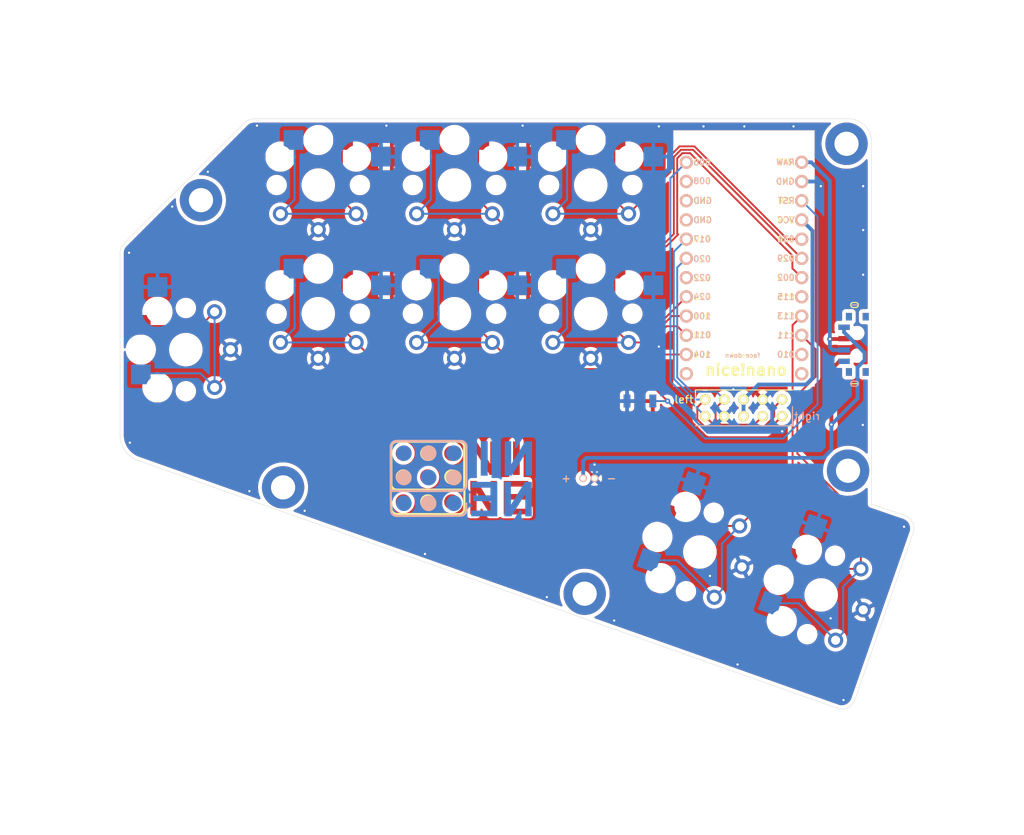
<source format=kicad_pcb>
(kicad_pcb (version 20211014) (generator pcbnew)
  (title_block (title "Nine Nice Nano") (date "2022-11-12") (rev "v1.0.0"))
  (layers (0 "F.Cu" signal) (31 "B.Cu" signal) (34 "B.Paste" user) (35 "F.Paste" user) (36 "B.SilkS" user "B.Silkscreen") (37 "F.SilkS" user "F.Silkscreen") (38 "B.Mask" user) (39 "F.Mask" user) (44 "Edge.Cuts" user))
  (net 0 "")
  (net 1 "BAT+")
  (net 2 "GND")
  (net 3 "MOSI")
  (net 4 "SCK")
  (net 5 "VCC")
  (net 6 "CS")
  (net 7 "RST")
  (net 8 "D14")
  (net 9 "D5")
  (net 10 "D6")
  (net 11 "D15")
  (net 12 "BATIN")
  (net 13 "D21")
  (net 14 "D20")
  (net 15 "D19")
  (net 20 "D8")
  (net 21 "D7")
  (footprint "MountingHole:MountingHole_3.2mm_M3_DIN965_Pad" (layer "F.Cu") (at 103.5 78.25)
    (fp_text reference "REF**" hide)
    (fp_text value "MountingHole_3.2mm_M3_DIN965_Pad" hide)
  )
  (footprint "MountingHole:MountingHole_3.2mm_M3_DIN965_Pad" (layer "F.Cu") (at 154.2 130.25)
    (fp_text reference "REF**" hide)
    (fp_text value "MountingHole_3.2mm_M3_DIN965_Pad" hide)
  )
  (footprint "footprints:OLED_5Pin" (layer "F.Cu") (at 170.11 106.795)
    (fp_text reference "J3" hide)
    (fp_text value "nice!view" hide)
  )
  (footprint "footprints:pg1350-rev-hs-1.25U" (layer "F.Cu") (at 101.5 98)
    (fp_text reference "SW1" hide)
    (fp_text value "SW_Push" hide)
  )
  (footprint "footprints:pwr-sw-smd-pcm12" (layer "F.Cu") (at 189.9 97.3 90)
    (fp_text reference "SWF1" hide)
    (fp_text value "Power on/off switch" hide)
  )
  (footprint "footprints:JST-ZH-2p-1.5" (layer "F.Cu") (at 154.75 115)
    (fp_text reference "J1" hide)
    (fp_text value "JST connector" hide)
  )
  (footprint "footprints:pg1350-rev-hs-1.25U" (layer "F.Cu") (at 185.442904 130.414116 -19.5)
    (fp_text reference "SW9" hide)
    (fp_text value "SW_Push" hide)
  )
  (footprint "MountingHole:MountingHole_3.2mm_M3_DIN965_Pad" (layer "F.Cu") (at 189 114)
    (fp_text reference "REF**" hide)
    (fp_text value "MountingHole_3.2mm_M3_DIN965_Pad" hide)
  )
  (footprint "footprints:pg1350-rev-hs-1U" (layer "F.Cu") (at 119 93.25)
    (fp_text reference "SW5" hide)
    (fp_text value "SW_Push" hide)
  )
  (footprint "footprints:pg1350-rev-hs-1U" (layer "F.Cu") (at 137 76.25)
    (fp_text reference "SW3" hide)
    (fp_text value "SW_Push" hide)
  )
  (footprint "footprints:b3u1000p" (layer "F.Cu") (at 161.5 104.8 180)
    (fp_text reference "RESET1" hide)
    (fp_text value "SW_Push" hide)
  )
  (footprint "MountingHole:MountingHole_3.2mm_M3_DIN965_Pad" (layer "F.Cu") (at 114.35 116.2)
    (fp_text reference "REF**" hide)
    (fp_text value "MountingHole_3.2mm_M3_DIN965_Pad" hide)
  )
  (footprint "MountingHole:MountingHole_3.2mm_M3_DIN965_Pad" (layer "F.Cu") (at 188.8 70.8)
    (fp_text reference "REF**" hide)
    (fp_text value "MountingHole_3.2mm_M3_DIN965_Pad" hide)
  )
  (footprint "footprints:nine-silk-right" (layer "F.Cu") (at 137.9 115)
    (fp_text reference "G***" hide)
    (fp_text value "LOGO" hide)
  )
  (footprint "footprints:pg1350-rev-hs-1U" (layer "F.Cu") (at 155 76.25)
    (fp_text reference "SW4" hide)
    (fp_text value "SW_Push" hide)
  )
  (footprint "footprints:nine-silk" (layer "F.Cu") (at 137.85 114.95)
    (fp_text reference "G***" hide)
    (fp_text value "LOGO" hide)
  )
  (footprint "footprints:pg1350-rev-hs-1U" (layer "F.Cu") (at 155 93.25)
    (fp_text reference "SW7" hide)
    (fp_text value "SW_Push" hide)
  )
  (footprint "footprints:OLED_5Pin" (layer "F.Cu") (at 170.11 104.595)
    (fp_text reference "J2" hide)
    (fp_text value "nice!view" hide)
  )
  (footprint "footprints:nice-nano-no-rev" (layer "F.Cu") (at 175.25 85.95)
    (fp_text reference "U1" hide)
    (fp_text value "nice_nano" hide)
  )
  (footprint "footprints:pg1350-rev-hs-1U" (layer "F.Cu") (at 137 93.25)
    (fp_text reference "SW6" hide)
    (fp_text value "SW_Push" hide)
  )
  (footprint "footprints:pg1350-rev-hs-1.25U" (layer "F.Cu") (at 169.418 124.7394 -19.5)
    (fp_text reference "SW8" hide)
    (fp_text value "SW_Push" hide)
  )
  (footprint "footprints:pg1350-rev-hs-1U" (layer "F.Cu") (at 119 76.25)
    (fp_text reference "SW2" hide)
    (fp_text value "SW_Push" hide)
  )
  (gr_line locked (start 93.25 84.05) (end 109.15 68.15) (layer "Edge.Cuts") (width 0.05))
  (gr_line locked (start 92.8 109.075) (end 92.8 85.3) (layer "Edge.Cuts") (width 0.05))
  (gr_line locked (start 110.6 67.5) (end 188.9 67.5) (layer "Edge.Cuts") (width 0.05))
  (gr_arc locked (start 189.875 144.35) (mid 188.843328 145.359986) (end 187.4 145.325) (layer "Edge.Cuts") (width 0.05))
  (gr_line locked (start 187.4 145.325) (end 95.35 112.7) (layer "Edge.Cuts") (width 0.05))
  (gr_arc locked (start 92.8 85.3) (mid 92.898998 84.629639) (end 93.25 84.05) (layer "Edge.Cuts") (width 0.05))
  (gr_arc locked (start 95.35 112.7) (mid 93.446132 111.329876) (end 92.8 109.075) (layer "Edge.Cuts") (width 0.05))
  (gr_line locked (start 192.1 70.7) (end 192.1 118.4) (layer "Edge.Cuts") (width 0.05))
  (gr_line locked (start 192.1 118.4) (end 196.475 119.9) (layer "Edge.Cuts") (width 0.05))
  (gr_line locked (start 197.540014 122.393328) (end 189.875 144.35) (layer "Edge.Cuts") (width 0.05))
  (gr_arc locked (start 188.9 67.5) (mid 191.21346 68.38654) (end 192.1 70.7) (layer "Edge.Cuts") (width 0.05))
  (gr_arc locked (start 196.475 119.9) (mid 197.55486 120.912864) (end 197.540014 122.393328) (layer "Edge.Cuts") (width 0.05))
  (gr_arc locked (start 109.15 68.15) (mid 109.803397 67.66527) (end 110.6 67.5) (layer "Edge.Cuts") (width 0.05))
  (segment locked (start 186.8 100.6) (end 187.85 99.55) (width 0.5) (layer "F.Cu") (net 1))
  (segment locked (start 186.8 107.9) (end 186.8 100.6) (width 0.5) (layer "F.Cu") (net 1))
  (segment locked (start 187.85 99.55) (end 188.47 99.55) (width 0.5) (layer "F.Cu") (net 1))
  (via locked (at 186.8 107.9) (size 0.7) (drill 0.3) (layers "F.Cu" "B.Cu") (net 1))
  (segment locked (start 185.75 112.3) (end 186.8 111.25) (width 0.5) (layer "B.Cu") (net 1))
  (segment locked (start 188.47 95.05) (end 188.47 95.696495) (width 0.5) (layer "B.Cu") (net 1))
  (segment locked (start 190.25 100.33) (end 190.25 104.45) (width 0.5) (layer "B.Cu") (net 1))
  (segment locked (start 154.4 112.3) (end 185.75 112.3) (width 0.5) (layer "B.Cu") (net 1))
  (segment locked (start 191.180001 98.406496) (end 191.180001 99.399999) (width 0.5) (layer "B.Cu") (net 1))
  (segment locked (start 188.47 95.696495) (end 191.180001 98.406496) (width 0.5) (layer "B.Cu") (net 1))
  (segment locked (start 154 112.7) (end 154.4 112.3) (width 0.5) (layer "B.Cu") (net 1))
  (segment locked (start 190.25 104.45) (end 186.8 107.9) (width 0.5) (layer "B.Cu") (net 1))
  (segment locked (start 191.180001 99.399999) (end 190.25 100.33) (width 0.5) (layer "B.Cu") (net 1))
  (segment locked (start 154 115) (end 154 112.7) (width 0.5) (layer "B.Cu") (net 1))
  (segment locked (start 186.8 111.25) (end 186.8 107.9) (width 0.5) (layer "B.Cu") (net 1))
  (via locked (at 146 68.4) (size 0.7) (drill 0.3) (layers "F.Cu" "B.Cu") (net 2))
  (via locked (at 155.5 113.2) (size 0.7) (drill 0.3) (layers "F.Cu" "B.Cu") (net 2))
  (via locked (at 191 82.2) (size 0.7) (drill 0.3) (layers "F.Cu" "B.Cu") (net 2))
  (via locked (at 133.1 125) (size 0.7) (drill 0.3) (layers "F.Cu" "B.Cu") (net 2))
  (via locked (at 181.8 68.5) (size 0.7) (drill 0.3) (layers "F.Cu" "B.Cu") (net 2))
  (via locked (at 180.3 108.8) (size 0.7) (drill 0.3) (layers "F.Cu" "B.Cu") (net 2))
  (via locked (at 191 76.4) (size 0.7) (drill 0.3) (layers "F.Cu" "B.Cu") (net 2))
  (via locked (at 169.9 68.5) (size 0.7) (drill 0.3) (layers "F.Cu" "B.Cu") (net 2))
  (via locked (at 149.2 130.7) (size 0.7) (drill 0.3) (layers "F.Cu" "B.Cu") (net 2))
  (via locked (at 104.4 74.5) (size 0.7) (drill 0.3) (layers "F.Cu" "B.Cu") (net 2))
  (via locked (at 109.9 116.7) (size 0.7) (drill 0.3) (layers "F.Cu" "B.Cu") (net 2))
  (via locked (at 185.4 76.4) (size 0.7) (drill 0.3) (layers "F.Cu" "B.Cu") (net 2))
  (via locked (at 94.1 110.3) (size 0.7) (drill 0.3) (layers "F.Cu" "B.Cu") (net 2))
  (via locked (at 158.1 133.8) (size 0.7) (drill 0.3) (layers "F.Cu" "B.Cu") (net 2))
  (via locked (at 196.4 121.4) (size 0.7) (drill 0.3) (layers "F.Cu" "B.Cu") (net 2))
  (via locked (at 174.4 139.6) (size 0.7) (drill 0.3) (layers "F.Cu" "B.Cu") (net 2))
  (via locked (at 188.4 144.3) (size 0.7) (drill 0.3) (layers "F.Cu" "B.Cu") (net 2))
  (via locked (at 190.95 107.95) (size 0.7) (drill 0.3) (layers "F.Cu" "B.Cu") (net 2))
  (via locked (at 170.75 127.9) (size 0.7) (drill 0.3) (layers "F.Cu" "B.Cu") (net 2))
  (via locked (at 173.85 103.25) (size 0.7) (drill 0.3) (layers "F.Cu" "B.Cu") (net 2))
  (via locked (at 186.7 133.5) (size 0.7) (drill 0.3) (layers "F.Cu" "B.Cu") (net 2))
  (via locked (at 191 88.1) (size 0.7) (drill 0.3) (layers "F.Cu" "B.Cu") (net 2))
  (via locked (at 128 68.4) (size 0.7) (drill 0.3) (layers "F.Cu" "B.Cu") (net 2))
  (via locked (at 175.3 68.5) (size 0.7) (drill 0.3) (layers "F.Cu" "B.Cu") (net 2))
  (via locked (at 164 68.5) (size 0.7) (drill 0.3) (layers "F.Cu" "B.Cu") (net 2))
  (via locked (at 117.2 119.3) (size 0.7) (drill 0.3) (layers "F.Cu" "B.Cu") (net 2))
  (via locked (at 99.7 79.1) (size 0.7) (drill 0.3) (layers "F.Cu" "B.Cu") (net 2))
  (via locked (at 164 97.6) (size 0.7) (drill 0.3) (layers "F.Cu" "B.Cu") (net 2))
  (via locked (at 94 85.2) (size 0.7) (drill 0.3) (layers "F.Cu" "B.Cu") (net 2))
  (via locked (at 110.9 68.4) (size 0.7) (drill 0.3) (layers "F.Cu" "B.Cu") (net 2))
  (segment locked (start 178.9785 107.4785) (end 180.3 108.8) (width 0.5) (layer "B.Cu") (net 2))
  (segment locked (start 178.9785 105.8435) (end 178.9785 107.4785) (width 0.5) (layer "B.Cu") (net 2))
  (segment locked (start 177.73 104.595) (end 178.9785 105.8435) (width 0.5) (layer "B.Cu") (net 2))
  (segment locked (start 155.5 115) (end 155.5 113.2) (width 0.5) (layer "B.Cu") (net 2))
  (segment locked (start 174.655 108.8) (end 180.3 108.8) (width 0.5) (layer "B.Cu") (net 2))
  (segment locked (start 182.87 75.784) (end 184.784 75.784) (width 0.5) (layer "B.Cu") (net 2))
  (segment locked (start 184.784 75.784) (end 185.4 76.4) (width 0.5) (layer "B.Cu") (net 2))
  (segment locked (start 172.65 106.795) (end 174.655 108.8) (width 0.5) (layer "B.Cu") (net 2))
  (segment locked (start 180.27 106.795) (end 178.2465 108.8185) (width 0.25) (layer "F.Cu") (net 3))
  (segment locked (start 169.0865 107.218948) (end 169.0865 105.6185) (width 0.25) (layer "F.Cu") (net 3))
  (segment locked (start 169.0865 105.6185) (end 170.11 104.595) (width 0.25) (layer "F.Cu") (net 3))
  (segment locked (start 170.686052 108.8185) (end 169.0865 107.218948) (width 0.25) (layer "F.Cu") (net 3))
  (segment locked (start 178.2465 108.8185) (end 170.686052 108.8185) (width 0.25) (layer "F.Cu") (net 3))
  (segment locked (start 165.9787 101.867991) (end 165.9787 85.0553) (width 0.25) (layer "B.Cu") (net 3))
  (segment locked (start 168.705709 104.595) (end 165.9787 101.867991) (width 0.25) (layer "B.Cu") (net 3))
  (segment locked (start 165.9787 85.0553) (end 167.63 83.404) (width 0.25) (layer "B.Cu") (net 3))
  (segment locked (start 170.11 104.595) (end 168.705709 104.595) (width 0.25) (layer "B.Cu") (net 3))
  (segment locked (start 171.5 105.745) (end 172.65 104.595) (width 0.25) (layer "F.Cu") (net 4))
  (segment locked (start 177.73 106.795) (end 176.6065 107.9185) (width 0.25) (layer "F.Cu") (net 4))
  (segment locked (start 172.184631 107.9185) (end 171.5 107.233869) (width 0.25) (layer "F.Cu") (net 4))
  (segment locked (start 176.6065 107.9185) (end 172.184631 107.9185) (width 0.25) (layer "F.Cu") (net 4))
  (segment locked (start 171.5 107.233869) (end 171.5 105.745) (width 0.25) (layer "F.Cu") (net 4))
  (segment locked (start 166.4287 101.681595) (end 166.4287 87.1453) (width 0.25) (layer "B.Cu") (net 4))
  (segment locked (start 172.65 104.595) (end 171.6265 103.5715) (width 0.25) (layer "B.Cu") (net 4))
  (segment locked (start 171.6265 103.5715) (end 168.318605 103.5715) (width 0.25) (layer "B.Cu") (net 4))
  (segment locked (start 166.4287 87.1453) (end 167.63 85.944) (width 0.25) (layer "B.Cu") (net 4))
  (segment locked (start 168.318605 103.5715) (end 166.4287 101.681595) (width 0.25) (layer "B.Cu") (net 4))
  (segment locked (start 175.19 104.595) (end 177.1747 102.6103) (width 0.5) (layer "B.Cu") (net 5))
  (segment locked (start 184.3 101.771093) (end 184.3 82.294) (width 0.5) (layer "B.Cu") (net 5))
  (segment locked (start 184.3 82.294) (end 182.87 80.864) (width 0.5) (layer "B.Cu") (net 5))
  (segment locked (start 177.1747 102.6103) (end 183.460793 102.6103) (width 0.5) (layer "B.Cu") (net 5))
  (segment locked (start 175.19 106.795) (end 175.19 104.595) (width 0.5) (layer "B.Cu") (net 5))
  (segment locked (start 183.460793 102.6103) (end 184.3 101.771093) (width 0.5) (layer "B.Cu") (net 5))
  (segment locked (start 170.11 106.795) (end 171.6835 108.3685) (width 0.25) (layer "F.Cu") (net 6))
  (segment locked (start 177.7315 108.3685) (end 179.2465 106.8535) (width 0.25) (layer "F.Cu") (net 6))
  (segment locked (start 171.6835 108.3685) (end 177.7315 108.3685) (width 0.25) (layer "F.Cu") (net 6))
  (segment locked (start 179.2465 106.8535) (end 179.2465 105.6185) (width 0.25) (layer "F.Cu") (net 6))
  (segment locked (start 179.2465 105.6185) (end 180.27 104.595) (width 0.25) (layer "F.Cu") (net 6))
  (segment locked (start 165.5287 102.2137) (end 170.11 106.795) (width 0.25) (layer "B.Cu") (net 6))
  (segment locked (start 165.5287 75.3453) (end 165.5287 102.2137) (width 0.25) (layer "B.Cu") (net 6))
  (segment locked (start 167.63 73.244) (end 165.5287 75.3453) (width 0.25) (layer "B.Cu") (net 6))
  (segment locked (start 163.1 102.75) (end 165.15 104.8) (width 0.25) (layer "F.Cu") (net 7))
  (segment locked (start 159.8 104.8) (end 159.8 103.4) (width 0.25) (layer "F.Cu") (net 7))
  (segment locked (start 159.8 103.4) (end 160.45 102.75) (width 0.25) (layer "F.Cu") (net 7))
  (segment locked (start 160.45 102.75) (end 163.1 102.75) (width 0.25) (layer "F.Cu") (net 7))
  (via locked (at 165.15 104.8) (size 0.7) (drill 0.3) (layers "F.Cu" "B.Cu") (net 7))
  (segment locked (start 180.446016 109.75) (end 184.975 105.221016) (width 0.25) (layer "B.Cu") (net 7))
  (segment locked (start 165.15 104.8) (end 170.1 109.75) (width 0.25) (layer "B.Cu") (net 7))
  (segment locked (start 184.975 80.429) (end 182.87 78.324) (width 0.25) (layer "B.Cu") (net 7))
  (segment locked (start 170.1 109.75) (end 180.446016 109.75) (width 0.25) (layer "B.Cu") (net 7))
  (segment locked (start 184.975 105.221016) (end 184.975 80.429) (width 0.25) (layer "B.Cu") (net 7))
  (segment locked (start 163.2 104.8) (end 165.15 104.8) (width 0.25) (layer "B.Cu") (net 7))
  (segment locked (start 180.927405 125.340814) (end 182.555966 126.969375) (width 0.25) (layer "F.Cu") (net 8))
  (segment locked (start 184.7 97.934) (end 182.87 96.104) (width 0.25) (layer "F.Cu") (net 8))
  (segment locked (start 184.7 101.6) (end 184.7 97.934) (width 0.25) (layer "F.Cu") (net 8))
  (segment locked (start 182.555966 126.969375) (end 190.693976 126.969375) (width 0.25) (layer "F.Cu") (net 8))
  (segment locked (start 190.693976 120.113394) (end 182.3 111.719418) (width 0.25) (layer "F.Cu") (net 8))
  (segment locked (start 182.3 104) (end 184.7 101.6) (width 0.25) (layer "F.Cu") (net 8))
  (segment locked (start 182.3 111.719418) (end 182.3 104) (width 0.25) (layer "F.Cu") (net 8))
  (segment locked (start 190.693976 126.969375) (end 190.693976 120.113394) (width 0.25) (layer "F.Cu") (net 8))
  (segment locked (start 178.74097 131.515116) (end 182.475233 131.515116) (width 0.25) (layer "B.Cu") (net 8))
  (segment locked (start 188.355907 129.307444) (end 190.693976 126.969375) (width 0.25) (layer "B.Cu") (net 8))
  (segment locked (start 187.355907 136.39579) (end 188.355907 135.39579) (width 0.25) (layer "B.Cu") (net 8))
  (segment locked (start 182.475233 131.515116) (end 187.355907 136.39579) (width 0.25) (layer "B.Cu") (net 8))
  (segment locked (start 188.355907 135.39579) (end 188.355907 129.307444) (width 0.25) (layer "B.Cu") (net 8))
  (segment locked (start 161.604 97.05) (end 167.63 91.024) (width 0.25) (layer "F.Cu") (net 9))
  (segment locked (start 158.124999 87.450001) (end 158.124999 95.174999) (width 0.25) (layer "F.Cu") (net 9))
  (segment locked (start 158.275 87.3) (end 158.124999 87.450001) (width 0.25) (layer "F.Cu") (net 9))
  (segment locked (start 160 97.05) (end 161.604 97.05) (width 0.25) (layer "F.Cu") (net 9))
  (segment locked (start 158.124999 95.174999) (end 160 97.05) (width 0.25) (layer "F.Cu") (net 9))
  (segment locked (start 151.725 87.3) (end 151.875001 87.450001) (width 0.25) (layer "B.Cu") (net 9))
  (segment locked (start 151.875001 95.174999) (end 150 97.05) (width 0.25) (layer "B.Cu") (net 9))
  (segment locked (start 151.875001 87.450001) (end 151.875001 95.174999) (width 0.25) (layer "B.Cu") (net 9))
  (segment locked (start 150 97.05) (end 160 97.05) (width 0.25) (layer "B.Cu") (net 9))
  (segment locked (start 140.275 87.3) (end 140.124999 87.450001) (width 0.25) (layer "F.Cu") (net 10))
  (segment locked (start 142 97.05) (end 145.525 100.575) (width 0.25) (layer "F.Cu") (net 10))
  (segment locked (start 158.715396 100.575) (end 165.726396 93.564) (width 0.25) (layer "F.Cu") (net 10))
  (segment locked (start 165.726396 93.564) (end 167.63 93.564) (width 0.25) (layer "F.Cu") (net 10))
  (segment locked (start 140.124999 87.450001) (end 140.124999 95.174999) (width 0.25) (layer "F.Cu") (net 10))
  (segment locked (start 145.525 100.575) (end 158.715396 100.575) (width 0.25) (layer "F.Cu") (net 10))
  (segment locked (start 140.124999 95.174999) (end 142 97.05) (width 0.25) (layer "F.Cu") (net 10))
  (segment locked (start 133.725 87.3) (end 134.910499 88.485499) (width 0.25) (layer "B.Cu") (net 10))
  (segment locked (start 134.910499 94.139501) (end 132 97.05) (width 0.25) (layer "B.Cu") (net 10))
  (segment locked (start 132 97.05) (end 142 97.05) (width 0.25) (layer "B.Cu") (net 10))
  (segment locked (start 134.910499 88.485499) (end 134.910499 94.139501) (width 0.25) (layer "B.Cu") (net 10))
  (segment locked (start 181.6687 94.7653) (end 181.6687 114.295031) (width 0.25) (layer "F.Cu") (net 11))
  (segment locked (start 166.531062 121.294659) (end 174.669072 121.294659) (width 0.25) (layer "F.Cu") (net 11))
  (segment locked (start 182.87 93.564) (end 181.6687 94.7653) (width 0.25) (layer "F.Cu") (net 11))
  (segment locked (start 181.6687 114.295031) (end 174.669072 121.294659) (width 0.25) (layer "F.Cu") (net 11))
  (segment locked (start 164.902501 119.666098) (end 166.531062 121.294659) (width 0.25) (layer "F.Cu") (net 11))
  (segment locked (start 171.331003 130.721074) (end 172.331003 129.721074) (width 0.25) (layer "B.Cu") (net 11))
  (segment locked (start 172.331003 129.721074) (end 172.331003 123.632728) (width 0.25) (layer "B.Cu") (net 11))
  (segment locked (start 162.716066 125.8404) (end 166.450329 125.8404) (width 0.25) (layer "B.Cu") (net 11))
  (segment locked (start 172.331003 123.632728) (end 174.669072 121.294659) (width 0.25) (layer "B.Cu") (net 11))
  (segment locked (start 166.450329 125.8404) (end 171.331003 130.721074) (width 0.25) (layer "B.Cu") (net 11))
  (segment locked (start 188.42 96.6) (end 188.47 96.55) (width 0.5) (layer "F.Cu") (net 12))
  (segment locked (start 186.6 96.6) (end 188.42 96.6) (width 0.5) (layer "F.Cu") (net 12))
  (via locked (at 186.6 96.6) (size 0.7) (drill 0.3) (layers "F.Cu" "B.Cu") (net 12))
  (segment locked (start 188.47 98.05) (end 186.95 98.05) (width 0.5) (layer "B.Cu") (net 12))
  (segment locked (start 184.144 73.244) (end 182.87 73.244) (width 0.5) (layer "B.Cu") (net 12))
  (segment locked (start 186.95 98.05) (end 186.6 97.7) (width 0.5) (layer "B.Cu") (net 12))
  (segment locked (start 186.6 75.7) (end 184.144 73.244) (width 0.5) (layer "B.Cu") (net 12))
  (segment locked (start 186.6 97.7) (end 186.6 96.6) (width 0.5) (layer "B.Cu") (net 12))
  (segment locked (start 186.6 96.6) (end 186.6 75.7) (width 0.5) (layer "B.Cu") (net 12))
  (segment locked (start 160 80.05) (end 165.5287 74.5213) (width 0.25) (layer "F.Cu") (net 13))
  (segment locked (start 158.124999 78.174999) (end 160 80.05) (width 0.25) (layer "F.Cu") (net 13))
  (segment locked (start 158.124999 70.450001) (end 158.124999 78.174999) (width 0.25) (layer "F.Cu") (net 13))
  (segment locked (start 165.5287 72.348508) (end 166.734508 71.1427) (width 0.25) (layer "F.Cu") (net 13))
  (segment locked (start 165.5287 74.5213) (end 165.5287 72.348508) (width 0.25) (layer "F.Cu") (net 13))
  (segment locked (start 166.734508 71.1427) (end 168.705096 71.1427) (width 0.25) (layer "F.Cu") (net 13))
  (segment locked (start 180.966396 83.404) (end 182.87 83.404) (width 0.25) (layer "F.Cu") (net 13))
  (segment locked (start 168.705096 71.1427) (end 180.966396 83.404) (width 0.25) (layer "F.Cu") (net 13))
  (segment locked (start 158.275 70.3) (end 158.124999 70.450001) (width 0.25) (layer "F.Cu") (net 13))
  (segment locked (start 151.875001 70.450001) (end 151.875001 78.174999) (width 0.25) (layer "B.Cu") (net 13))
  (segment locked (start 150 80.05) (end 160 80.05) (width 0.25) (layer "B.Cu") (net 13))
  (segment locked (start 151.875001 78.174999) (end 150 80.05) (width 0.25) (layer "B.Cu") (net 13))
  (segment locked (start 151.725 70.3) (end 151.875001 70.450001) (width 0.25) (layer "B.Cu") (net 13))
  (segment locked (start 142 80.05) (end 145.85 83.9) (width 0.25) (layer "F.Cu") (net 14))
  (segment locked (start 168.5187 71.5927) (end 182.87 85.944) (width 0.25) (layer "F.Cu") (net 14))
  (segment locked (start 166.920904 71.5927) (end 168.5187 71.5927) (width 0.25) (layer "F.Cu") (net 14))
  (segment locked (start 140.124999 78.174999) (end 142 80.05) (width 0.25) (layer "F.Cu") (net 14))
  (segment locked (start 164.798709 83.9) (end 165.9787 82.720009) (width 0.25) (layer "F.Cu") (net 14))
  (segment locked (start 140.275 70.3) (end 140.124999 70.450001) (width 0.25) (layer "F.Cu") (net 14))
  (segment locked (start 165.9787 72.534904) (end 166.920904 71.5927) (width 0.25) (layer "F.Cu") (net 14))
  (segment locked (start 165.9787 82.720009) (end 165.9787 72.534904) (width 0.25) (layer "F.Cu") (net 14))
  (segment locked (start 145.85 83.9) (end 164.798709 83.9) (width 0.25) (layer "F.Cu") (net 14))
  (segment locked (start 140.124999 70.450001) (end 140.124999 78.174999) (width 0.25) (layer "F.Cu") (net 14))
  (segment locked (start 133.875001 70.450001) (end 133.875001 78.174999) (width 0.25) (layer "B.Cu") (net 14))
  (segment locked (start 133.725 70.3) (end 133.875001 70.450001) (width 0.25) (layer "B.Cu") (net 14))
  (segment locked (start 132 80.05) (end 142 80.05) (width 0.25) (layer "B.Cu") (net 14))
  (segment locked (start 133.875001 78.174999) (end 132 80.05) (width 0.25) (layer "B.Cu") (net 14))
  (segment locked (start 168.127595 72.0427) (end 181.65 85.565105) (width 0.25) (layer "F.Cu") (net 15))
  (segment locked (start 167.1073 72.0427) (end 168.127595 72.0427) (width 0.25) (layer "F.Cu") (net 15))
  (segment locked (start 128.3 84.35) (end 164.985105 84.35) (width 0.25) (layer "F.Cu") (net 15))
  (segment locked (start 166.55 82.785105) (end 166.4287 82.663805) (width 0.25) (layer "F.Cu") (net 15))
  (segment locked (start 166.4287 82.663805) (end 166.4287 72.7213) (width 0.25) (layer "F.Cu") (net 15))
  (segment locked (start 122.124999 70.450001) (end 122.124999 78.174999) (width 0.25) (layer "F.Cu") (net 15))
  (segment locked (start 181.65 85.565105) (end 181.65 87.264) (width 0.25) (layer "F.Cu") (net 15))
  (segment locked (start 181.65 87.264) (end 182.87 88.484) (width 0.25) (layer "F.Cu") (net 15))
  (segment locked (start 122.124999 78.174999) (end 124 80.05) (width 0.25) (layer "F.Cu") (net 15))
  (segment locked (start 166.4287 72.7213) (end 167.1073 72.0427) (width 0.25) (layer "F.Cu") (net 15))
  (segment locked (start 122.275 70.3) (end 122.124999 70.450001) (width 0.25) (layer "F.Cu") (net 15))
  (segment locked (start 164.985105 84.35) (end 166.55 82.785105) (width 0.25) (layer "F.Cu") (net 15))
  (segment locked (start 124 80.05) (end 128.3 84.35) (width 0.25) (layer "F.Cu") (net 15))
  (segment locked (start 115.875001 78.174999) (end 114 80.05) (width 0.25) (layer "B.Cu") (net 15))
  (segment locked (start 115.875001 70.450001) (end 115.875001 78.174999) (width 0.25) (layer "B.Cu") (net 15))
  (segment locked (start 114 80.05) (end 124 80.05) (width 0.25) (layer "B.Cu") (net 15))
  (segment locked (start 115.725 70.3) (end 115.875001 70.450001) (width 0.25) (layer "B.Cu") (net 15))
  (segment locked (start 103.424999 94.875001) (end 105.3 93) (width 0.25) (layer "F.Cu") (net 20))
  (segment locked (start 106.825 101.475) (end 159.088188 101.475) (width 0.25) (layer "F.Cu") (net 20))
  (segment locked (start 161.919188 98.644) (end 167.63 98.644) (width 0.25) (layer "F.Cu") (net 20))
  (segment locked (start 95.55 94.725) (end 95.700001 94.875001) (width 0.25) (layer "F.Cu") (net 20))
  (segment locked (start 105.3 103) (end 106.825 101.475) (width 0.25) (layer "F.Cu") (net 20))
  (segment locked (start 95.700001 94.875001) (end 103.424999 94.875001) (width 0.25) (layer "F.Cu") (net 20))
  (segment locked (start 159.088188 101.475) (end 161.919188 98.644) (width 0.25) (layer "F.Cu") (net 20))
  (segment locked (start 95.700001 101.124999) (end 103.424999 101.124999) (width 0.25) (layer "B.Cu") (net 20))
  (segment locked (start 105.3 103) (end 105.3 93) (width 0.25) (layer "B.Cu") (net 20))
  (segment locked (start 95.55 101.275) (end 95.700001 101.124999) (width 0.25) (layer "B.Cu") (net 20))
  (segment locked (start 103.424999 101.124999) (end 105.3 103) (width 0.25) (layer "B.Cu") (net 20))
  (segment locked (start 127.975 101.025) (end 158.901792 101.025) (width 0.25) (layer "F.Cu") (net 21))
  (segment locked (start 165.013396 94.913396) (end 166.439396 94.913396) (width 0.25) (layer "F.Cu") (net 21))
  (segment locked (start 158.901792 101.025) (end 165.013396 94.913396) (width 0.25) (layer "F.Cu") (net 21))
  (segment locked (start 122.124999 87.450001) (end 122.124999 95.174999) (width 0.25) (layer "F.Cu") (net 21))
  (segment locked (start 166.439396 94.913396) (end 167.63 96.104) (width 0.25) (layer "F.Cu") (net 21))
  (segment locked (start 124 97.05) (end 127.975 101.025) (width 0.25) (layer "F.Cu") (net 21))
  (segment locked (start 122.124999 95.174999) (end 124 97.05) (width 0.25) (layer "F.Cu") (net 21))
  (segment locked (start 122.275 87.3) (end 122.124999 87.450001) (width 0.25) (layer "F.Cu") (net 21))
  (segment locked (start 115.875001 87.450001) (end 115.875001 95.174999) (width 0.25) (layer "B.Cu") (net 21))
  (segment locked (start 115.725 87.3) (end 115.875001 87.450001) (width 0.25) (layer "B.Cu") (net 21))
  (segment locked (start 114 97.05) (end 124 97.05) (width 0.25) (layer "B.Cu") (net 21))
  (segment locked (start 115.875001 95.174999) (end 114 97.05) (width 0.25) (layer "B.Cu") (net 21))
  (zone locked (net 2) (net_name "GND") (layer "F.Cu") (connect_pads (clearance 0.508)) (min_thickness 0.254) (fill yes (thermal_gap 0.508) (thermal_bridge_width 0.508) (smoothing fillet) (radius 3))
    (polygon (pts (xy 107.325 64.975) (xy 194.75 65.275) (xy 193.825 116.425) (xy 200.05 119.925) (xy 189.725 148.925) (xy 88.95 112.95) (xy 89.85 82.425) (xy 107.35 64.95)))
  )
  (zone locked (net 0) (net_name "") (layers F&B.Cu) (connect_pads (clearance 0)) (min_thickness 0.254)
    (keepout (tracks allowed) (vias allowed) (pads allowed) (copperpour not_allowed) (footprints allowed))
    (fill (thermal_gap 0.508) (thermal_bridge_width 0.508))
    (polygon (pts (xy 184.6 102.9) (xy 165.9 102.9) (xy 165.9 69) (xy 184.6 69)))
  )
  (zone locked (net 2) (net_name "GND") (layer "B.Cu") (connect_pads (clearance 0.508)) (min_thickness 0.254) (fill yes (thermal_gap 0.508) (thermal_bridge_width 0.508) (smoothing fillet) (radius 3))
    (polygon (pts (xy 194.95 115.975) (xy 202.125 119.975) (xy 190.275 150.925) (xy 86.25 113.5) (xy 87.35 81.45) (xy 105.925 63.7) (xy 106.325 63.825) (xy 106.2 63.7) (xy 195.925 63.7)))
  )
)
</source>
